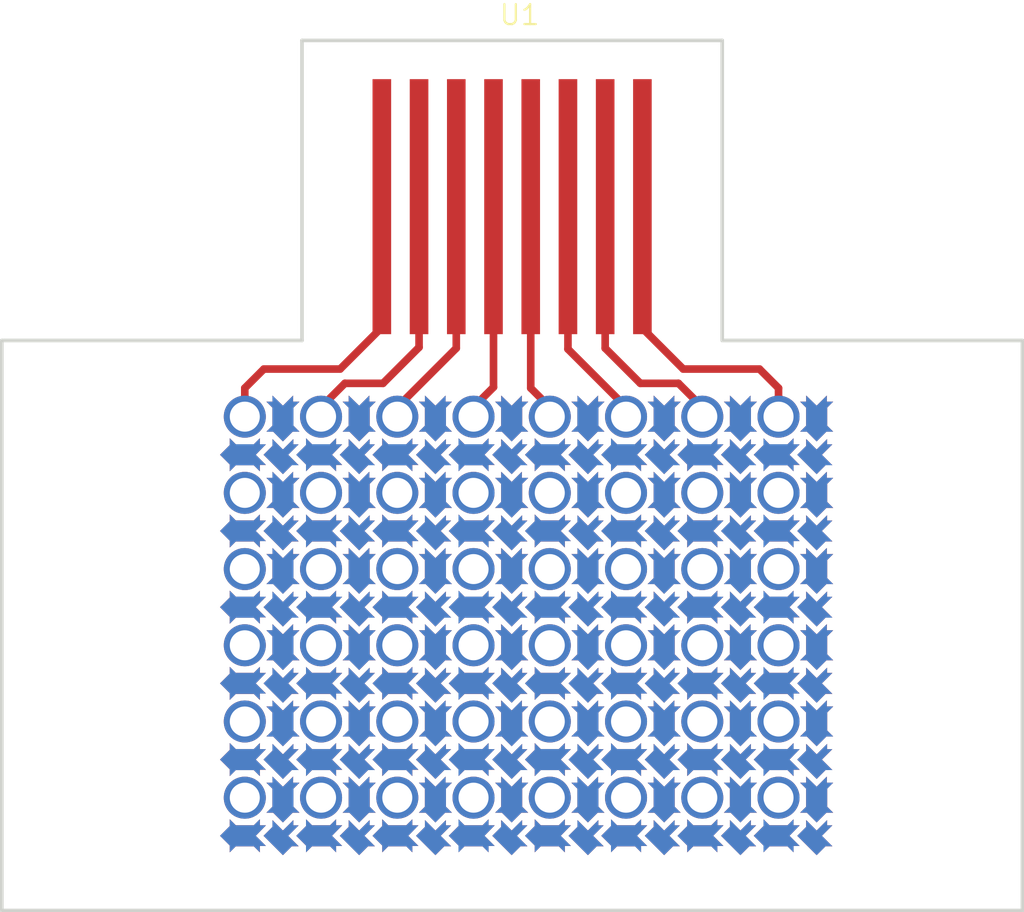
<source format=kicad_pcb>
(kicad_pcb (version 20241229) (generator "pcbnew") (generator_version "9.0")
  (layers (0 "F.Cu" signal) (2 "B.Cu" signal) (13 "F.Paste" user) (15 "B.Paste" user) (5 "F.SilkS" user "F.Silkscreen") (7 "B.SilkS" user "B.Silkscreen") (1 "F.Mask" user) (3 "B.Mask" user) (25 "Edge.Cuts" user))
  (net 0 "")
  (net 1 "Net_0")
  (net 2 "Net_1")
  (net 3 "Net_2")
  (net 4 "Net_3")
  (net 5 "Net_4")
  (net 6 "Net_5")
  (net 7 "Net_6")
  (net 8 "Net_7")
  (footprint "sio_protoboard:Row_1x8_LP_2Sided" (layer "F.Cu") (at 139.5961 105.5836)
    (property "Reference" "U2" (hide yes))
    (property "Value" "ROW_1X8_LP_2SIDED" (hide yes))
  )
  (footprint "sio_protoboard:Row_1x8_LP_2Sided" (layer "F.Cu") (at 139.5961 115.7436)
    (property "Reference" "U6" (hide yes))
    (property "Value" "ROW_1X8_LP_2SIDED" (hide yes))
  )
  (footprint "sio_protoboard:Row_1x8_LP_2Sided" (layer "F.Cu") (at 139.5961 103.0436)
    (property "Reference" "U7" (hide yes))
    (property "Value" "ROW_1X8_LP_2SIDED" (hide yes))
  )
  (footprint "sio_protoboard:SIO_062x10" (layer "F.Cu") (at 148.5011 96.0436)
    (property "Reference" "U1" (hide yes))
    (property "Value" "SIO_062X10" (hide yes))
  )
  (footprint "sio_protoboard:dummyfp0" (layer "F.Cu") (at 133.8811 103.0436)
    (property "Reference" "UNK_HOLE_0" (hide yes))
    (property "Value" "")
  )
  (footprint "sio_protoboard:dummyfp1" (layer "F.Cu") (at 163.0911 103.0436)
    (property "Reference" "UNK_HOLE_1" (hide yes))
    (property "Value" "")
  )
  (footprint "sio_protoboard:Row_1x8_LP_2Sided" (layer "F.Cu") (at 139.5961 113.2036)
    (property "Reference" "U5" (hide yes))
    (property "Value" "ROW_1X8_LP_2SIDED" (hide yes))
  )
  (footprint "sio_protoboard:Row_1x8_LP_2Sided" (layer "F.Cu") (at 139.5961 110.6636)
    (property "Reference" "U4" (hide yes))
    (property "Value" "ROW_1X8_LP_2SIDED" (hide yes))
  )
  (footprint "sio_protoboard:Row_1x8_LP_2Sided" (layer "F.Cu") (at 139.5961 108.1236)
    (property "Reference" "U3" (hide yes))
    (property "Value" "ROW_1X8_LP_2SIDED" (hide yes))
  )
  (gr_line (start 131.5011 119.5036) (end 165.5011 119.5036) (stroke (width 0.12)) (layer "Edge.Cuts"))
  (gr_line (start 165.5011 119.5036) (end 165.5011 100.5036) (stroke (width 0.12)) (layer "Edge.Cuts"))
  (gr_line (start 165.5011 100.5036) (end 155.5011 100.5036) (stroke (width 0.12)) (layer "Edge.Cuts"))
  (gr_line (start 155.5011 90.5036) (end 141.5011 90.5036) (stroke (width 0.12)) (layer "Edge.Cuts"))
  (gr_line (start 131.5011 100.5036) (end 131.5011 119.5036) (stroke (width 0.12)) (layer "Edge.Cuts"))
  (gr_line (start 141.5011 100.5036) (end 131.5011 100.5036) (stroke (width 0.12)) (layer "Edge.Cuts"))
  (gr_line (start 141.5011 90.5036) (end 141.5011 100.5036) (stroke (width 0.12)) (layer "Edge.Cuts"))
  (gr_line (start 155.5011 100.5036) (end 155.5011 90.5036) (stroke (width 0.12)) (layer "Edge.Cuts"))
  (gr_text "U1" (at 148.0371 90.0436 0) (layer "F.SilkS") (effects (font (size 0.666 0.666) (thickness 0.074)) (justify left bottom)))
  (segment (start 147.8811 102.0611) (end 147.2161 102.7261) (width 0.254) (layer "F.Cu") (net 1))
  (segment (start 147.8811 96.0436) (end 147.8811 102.0611) (width 0.254) (layer "F.Cu") (net 1))
  (segment (start 147.2161 102.7261) (end 147.2161 103.0436) (width 0.254) (layer "F.Cu") (net 1))
  (segment (start 149.1211 96.0436) (end 149.1211 102.0911) (width 0.254) (layer "F.Cu") (net 2))
  (segment (start 149.1211 102.0911) (end 149.7561 102.7261) (width 0.254) (layer "F.Cu") (net 2))
  (segment (start 149.7561 102.7261) (end 149.7561 103.0436) (width 0.254) (layer "F.Cu") (net 2))
  (segment (start 144.6761 102.7261) (end 144.6761 103.0436) (width 0.254) (layer "F.Cu") (net 3))
  (segment (start 146.6411 96.0436) (end 146.6411 100.7611) (width 0.254) (layer "F.Cu") (net 3))
  (segment (start 146.6411 100.7611) (end 144.6761 102.7261) (width 0.254) (layer "F.Cu") (net 3))
  (segment (start 145.4011 100.731133) (end 144.199867 101.932367) (width 0.254) (layer "F.Cu") (net 4))
  (segment (start 142.929833 101.932367) (end 142.1361 102.7261) (width 0.254) (layer "F.Cu") (net 4))
  (segment (start 142.1361 102.7261) (end 142.1361 103.0436) (width 0.254) (layer "F.Cu") (net 4))
  (segment (start 145.4011 96.0436) (end 145.4011 100.731133) (width 0.254) (layer "F.Cu") (net 4))
  (segment (start 144.199867 101.932367) (end 142.929833 101.932367) (width 0.254) (layer "F.Cu") (net 4))
  (segment (start 139.5961 102.0911) (end 139.5961 103.0436) (width 0.254) (layer "F.Cu") (net 5))
  (segment (start 142.7711 101.4561) (end 140.2311 101.4561) (width 0.254) (layer "F.Cu") (net 5))
  (segment (start 144.1611 96.0436) (end 144.1611 100.0661) (width 0.254) (layer "F.Cu") (net 5))
  (segment (start 140.2311 101.4561) (end 139.5961 102.0911) (width 0.254) (layer "F.Cu") (net 5))
  (segment (start 144.1611 100.0661) (end 142.7711 101.4561) (width 0.254) (layer "F.Cu") (net 5))
  (segment (start 150.3611 96.0436) (end 150.3611 100.7911) (width 0.254) (layer "F.Cu") (net 6))
  (segment (start 152.2961 102.7261) (end 152.2961 103.0436) (width 0.254) (layer "F.Cu") (net 6))
  (segment (start 150.3611 100.7911) (end 152.2961 102.7261) (width 0.254) (layer "F.Cu") (net 6))
  (segment (start 151.6011 96.0436) (end 151.6011 100.7611) (width 0.254) (layer "F.Cu") (net 7))
  (segment (start 152.772333 101.932333) (end 154.042333 101.932333) (width 0.254) (layer "F.Cu") (net 7))
  (segment (start 154.042333 101.932333) (end 154.8361 102.7261) (width 0.254) (layer "F.Cu") (net 7))
  (segment (start 154.8361 102.7261) (end 154.8361 103.0436) (width 0.254) (layer "F.Cu") (net 7))
  (segment (start 151.6011 100.7611) (end 152.772333 101.932333) (width 0.254) (layer "F.Cu") (net 7))
  (segment (start 156.7411 101.4561) (end 157.3761 102.0911) (width 0.254) (layer "F.Cu") (net 8))
  (segment (start 152.8411 96.0436) (end 152.8411 100.0961) (width 0.254) (layer "F.Cu") (net 8))
  (segment (start 152.8411 100.0961) (end 154.2011 101.4561) (width 0.254) (layer "F.Cu") (net 8))
  (segment (start 157.3761 102.0911) (end 157.3761 103.0436) (width 0.254) (layer "F.Cu") (net 8))
  (segment (start 154.2011 101.4561) (end 156.7411 101.4561) (width 0.254) (layer "F.Cu") (net 8))
)
</source>
